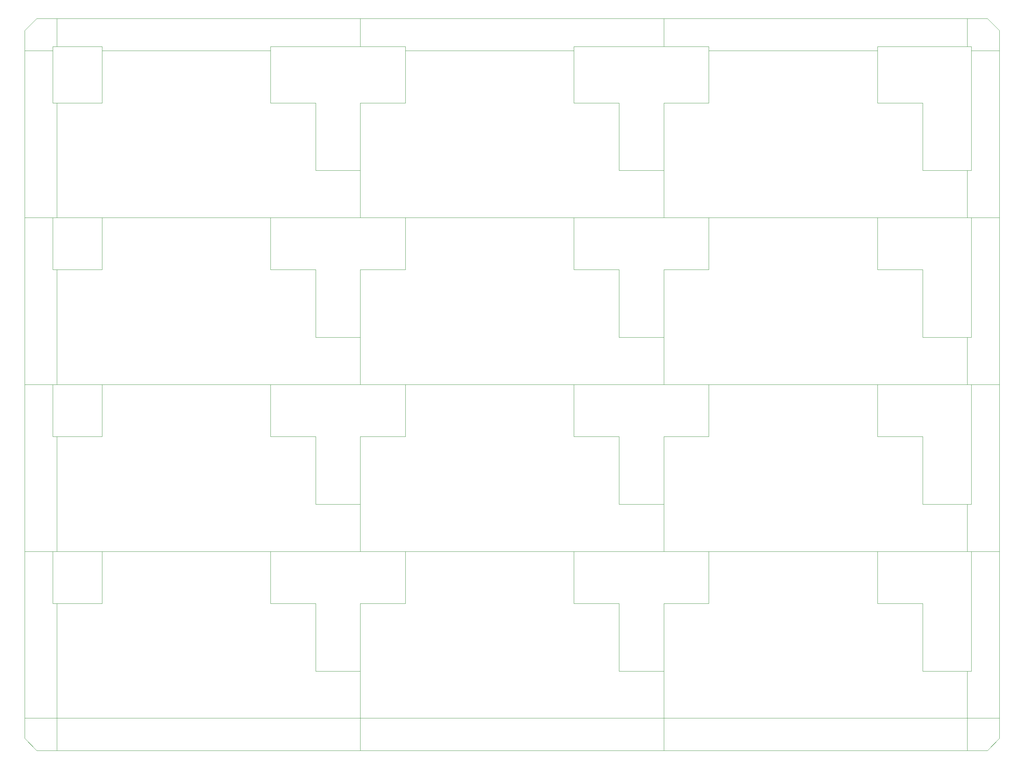
<source format=gko>
*
%FSLAX36Y36*%
%MOIN*%
%ADD10C,0.003937*%
%IPPOS*%
%LNrout*%
%LPD*%
G75*
G54D10*
X0Y0D02*
Y1117980D01*
X439000D01*
Y1625980D01*
X2080000D01*
Y1117980D01*
X2519680D01*
Y459170D01*
X2953930D01*
Y0D01*
X0D01*
Y1625980D02*
Y2743960D01*
X439000D01*
Y3251960D01*
X2080000D01*
Y2743960D01*
X2519680D01*
Y2085150D01*
X2953930D01*
Y1625980D01*
X0D01*
Y3251961D02*
Y4369941D01*
X439000D01*
Y4877941D01*
X2080000D01*
Y4369941D01*
X2519680D01*
Y3711131D01*
X2953930D01*
Y3251961D01*
X0D01*
Y4877941D02*
Y5995921D01*
X439000D01*
Y6503921D01*
X2080000D01*
Y5995921D01*
X2519680D01*
Y5337111D01*
X2953930D01*
Y4877941D01*
X0D01*
X2953929Y0D02*
Y1117980D01*
X3392929D01*
Y1625980D01*
X5033929D01*
Y1117980D01*
X5473609D01*
Y459170D01*
X5907859D01*
Y0D01*
X2953929D01*
Y1625980D02*
Y2743960D01*
X3392929D01*
Y3251960D01*
X5033929D01*
Y2743960D01*
X5473609D01*
Y2085150D01*
X5907859D01*
Y1625980D01*
X2953929D01*
Y3251961D02*
Y4369941D01*
X3392929D01*
Y4877941D01*
X5033929D01*
Y4369941D01*
X5473609D01*
Y3711131D01*
X5907859D01*
Y3251961D01*
X2953929D01*
Y4877941D02*
Y5995921D01*
X3392929D01*
Y6503921D01*
X5033929D01*
Y5995921D01*
X5473609D01*
Y5337111D01*
X5907859D01*
Y4877941D01*
X2953929D01*
X5907858Y0D02*
Y1117980D01*
X6346858D01*
Y1625980D01*
X7987858D01*
Y1117980D01*
X8427538D01*
Y459170D01*
X8861788D01*
Y0D01*
X5907858D01*
Y1625980D02*
Y2743960D01*
X6346858D01*
Y3251960D01*
X7987858D01*
Y2743960D01*
X8427538D01*
Y2085150D01*
X8861788D01*
Y1625980D01*
X5907858D01*
Y3251961D02*
Y4369941D01*
X6346858D01*
Y4877941D01*
X7987858D01*
Y4369941D01*
X8427538D01*
Y3711131D01*
X8861788D01*
Y3251961D01*
X5907858D01*
Y4877941D02*
Y5995921D01*
X6346858D01*
Y6503921D01*
X7987858D01*
Y5995921D01*
X8427538D01*
Y5337111D01*
X8861788D01*
Y4877941D01*
X5907858D01*
X0Y0D02*
Y1117980D01*
X439000D01*
Y1625980D01*
X2080000D01*
Y1117980D01*
X2519680D01*
Y459170D01*
X2953930D01*
Y-314961D01*
Y0D02*
X-314961D01*
X0Y1625980D02*
Y2743960D01*
X439000D01*
Y3251960D01*
X2080000D01*
Y2743960D01*
X2519680D01*
Y2085150D01*
X2953930D01*
Y1625980D01*
X-314961D01*
X0Y3251961D02*
Y4369941D01*
X439000D01*
Y4877941D01*
X2080000D02*
Y4369941D01*
X2519680D01*
Y3711131D01*
X2953930D01*
Y3251961D01*
X-314961D01*
X0Y4877941D02*
Y5995921D01*
X439000D01*
Y6503921D01*
X2080000D01*
Y5995921D01*
X2519680D01*
Y5337111D01*
X2953930D01*
Y4877941D01*
X-314961D01*
X2953929Y0D02*
Y1117980D01*
X3392929D01*
Y1625980D01*
X5033929D01*
Y1117980D01*
X5473609D01*
Y459170D01*
X5907859D01*
Y-314961D01*
Y0D02*
X2953929D01*
Y1625980D02*
Y2743960D01*
X3392929D01*
Y3251960D01*
X5033929D01*
Y2743960D01*
X5473609D01*
Y2085150D01*
X5907859D01*
Y1625980D01*
X2953929D01*
Y3251961D02*
Y4369941D01*
X3392929D01*
Y4877941D01*
X5033929D01*
Y4369941D01*
X5473609D01*
Y3711131D01*
X5907859D01*
Y3251961D01*
X2953929D01*
Y4877941D02*
Y5995921D01*
X3392929D01*
Y6503921D01*
X5033929D01*
Y5995921D01*
X5473609D01*
Y5337111D01*
X5907859D01*
Y4877941D01*
X2953929D01*
X5907858Y0D02*
Y1117980D01*
X6346858D01*
Y1625980D01*
X7987858D01*
Y1117980D01*
X8427538D01*
Y459170D01*
X8861788D01*
Y0D01*
X9176749D02*
X5907858D01*
Y1625980D02*
Y2743960D01*
X6346858D01*
Y3251960D01*
X7987858D01*
Y2743960D01*
X8427538D01*
Y2085150D01*
X8861788D01*
Y1625980D01*
X9176749D02*
X5907858D01*
Y3251961D02*
Y4369941D01*
X6346858D01*
Y4877941D01*
X7987858D01*
Y4369941D01*
X8427538D01*
Y3711131D01*
X8861788D01*
Y3251961D01*
X9176749D02*
X5907858D01*
Y4877941D02*
Y5995921D01*
X6346858D01*
Y6503921D01*
X7987858D01*
Y5995921D01*
X8427538D01*
Y5337111D01*
X8861788D01*
Y4877941D01*
X9176749D02*
X5907858D01*
X0Y6543291D02*
Y6818882D01*
X8861788D01*
Y6543291D01*
X9176749Y6503921D02*
X8901158D01*
X0Y-314961D02*
Y0D01*
X8861788D01*
Y-314961D01*
X0D01*
X-314961Y-196850D02*
Y6700771D01*
X-196850Y6818882D02*
X0D01*
Y6543291D01*
Y-314961D02*
X-196850D01*
X8861788D02*
Y459170D01*
Y6818882D02*
X9058639D01*
X9176749Y6700771D02*
Y-196850D01*
X9058639Y-314961D02*
X8861788D01*
X8901158Y6543291D02*
X7987858D01*
X-39370D02*
Y5995921D01*
X439000Y6503921D02*
Y6543291D01*
X2080000Y6503921D02*
Y6543291D01*
X0Y5995921D02*
X-39370D01*
X8861788Y5337111D02*
X8901158D01*
X3392929Y6503921D02*
Y6543291D01*
X5033929Y6503921D02*
Y6543291D01*
X6346858Y6503921D02*
Y6543291D01*
X7987858Y6503921D02*
Y6543291D01*
X0Y4369941D02*
X-39370D01*
X8861788Y3711131D02*
X8901158D01*
X0Y2743960D02*
X-39370D01*
X8861788Y2085150D02*
X8901158D01*
X0Y1117980D02*
X-39370D01*
X8861788Y459170D02*
X8901158D01*
X439000Y6543291D02*
X-39370D01*
Y4877941D02*
Y4369941D01*
Y6503921D02*
X-314961D01*
X0Y6818882D02*
Y6543291D01*
Y6818882D02*
Y6543291D01*
Y6818882D02*
Y6543291D01*
Y6818882D02*
Y6543291D01*
Y6818882D02*
Y6543291D01*
Y5995921D02*
Y4877941D01*
X2953929Y6543291D02*
Y6818882D01*
X2080000Y6503921D02*
X439000D01*
X3392929Y6543291D02*
X2080000D01*
X5033929Y6503921D02*
X3392929D01*
X5907858Y6543291D02*
Y6818882D01*
X6346858Y6543291D02*
X5033929D01*
X7987858Y6503921D02*
X6346858D01*
X8861788Y6543291D02*
Y6818882D01*
X8901158Y5337111D02*
Y6543291D01*
X8861788Y4877941D02*
Y5337111D01*
X8901158Y3711131D02*
Y4877941D01*
X8861788Y3251961D02*
Y3711131D01*
X8901158Y2085150D02*
Y3251961D01*
X8861788Y1625980D02*
Y2085150D01*
X8901158Y459170D02*
Y1625980D01*
X-39370Y3251961D02*
Y2743960D01*
X0Y4369941D02*
Y3251961D01*
Y2743960D02*
Y1625980D01*
X-39370D02*
Y1117980D01*
X0D02*
Y-314961D01*
X-314961Y6700771D02*
X-196850Y6818882D01*
X9058639D02*
X9176749Y6700771D01*
X9058639Y-314961D02*
X9176749Y-196850D01*
X-314961D02*
X-196850Y-314961D01*
M02*

</source>
